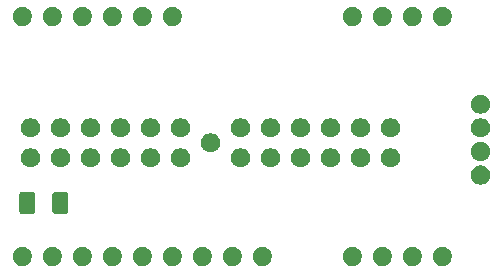
<source format=gbr>
G04 #@! TF.GenerationSoftware,KiCad,Pcbnew,(5.1.2)-2*
G04 #@! TF.CreationDate,2019-08-10T11:34:17-04:00*
G04 #@! TF.ProjectId,compact-giraffe,636f6d70-6163-4742-9d67-697261666665,rev?*
G04 #@! TF.SameCoordinates,Original*
G04 #@! TF.FileFunction,Soldermask,Bot*
G04 #@! TF.FilePolarity,Negative*
%FSLAX46Y46*%
G04 Gerber Fmt 4.6, Leading zero omitted, Abs format (unit mm)*
G04 Created by KiCad (PCBNEW (5.1.2)-2) date 2019-08-10 11:34:17*
%MOMM*%
%LPD*%
G04 APERTURE LIST*
%ADD10C,0.100000*%
G04 APERTURE END LIST*
D10*
G36*
X99865143Y-85284241D02*
G01*
X100013102Y-85345528D01*
X100146256Y-85434498D01*
X100259502Y-85547744D01*
X100348472Y-85680898D01*
X100409759Y-85828857D01*
X100441001Y-85985924D01*
X100441001Y-86146074D01*
X100409759Y-86303141D01*
X100348472Y-86451100D01*
X100259502Y-86584254D01*
X100146256Y-86697500D01*
X100013102Y-86786470D01*
X99865143Y-86847757D01*
X99708076Y-86878999D01*
X99547926Y-86878999D01*
X99390859Y-86847757D01*
X99242900Y-86786470D01*
X99109746Y-86697500D01*
X98996500Y-86584254D01*
X98907530Y-86451100D01*
X98846243Y-86303141D01*
X98815001Y-86146074D01*
X98815001Y-85985924D01*
X98846243Y-85828857D01*
X98907530Y-85680898D01*
X98996500Y-85547744D01*
X99109746Y-85434498D01*
X99242900Y-85345528D01*
X99390859Y-85284241D01*
X99547926Y-85252999D01*
X99708076Y-85252999D01*
X99865143Y-85284241D01*
X99865143Y-85284241D01*
G37*
G36*
X132885143Y-85284241D02*
G01*
X133033102Y-85345528D01*
X133166256Y-85434498D01*
X133279502Y-85547744D01*
X133368472Y-85680898D01*
X133429759Y-85828857D01*
X133461001Y-85985924D01*
X133461001Y-86146074D01*
X133429759Y-86303141D01*
X133368472Y-86451100D01*
X133279502Y-86584254D01*
X133166256Y-86697500D01*
X133033102Y-86786470D01*
X132885143Y-86847757D01*
X132728076Y-86878999D01*
X132567926Y-86878999D01*
X132410859Y-86847757D01*
X132262900Y-86786470D01*
X132129746Y-86697500D01*
X132016500Y-86584254D01*
X131927530Y-86451100D01*
X131866243Y-86303141D01*
X131835001Y-86146074D01*
X131835001Y-85985924D01*
X131866243Y-85828857D01*
X131927530Y-85680898D01*
X132016500Y-85547744D01*
X132129746Y-85434498D01*
X132262900Y-85345528D01*
X132410859Y-85284241D01*
X132567926Y-85252999D01*
X132728076Y-85252999D01*
X132885143Y-85284241D01*
X132885143Y-85284241D01*
G37*
G36*
X135425143Y-85284241D02*
G01*
X135573102Y-85345528D01*
X135706256Y-85434498D01*
X135819502Y-85547744D01*
X135908472Y-85680898D01*
X135969759Y-85828857D01*
X136001001Y-85985924D01*
X136001001Y-86146074D01*
X135969759Y-86303141D01*
X135908472Y-86451100D01*
X135819502Y-86584254D01*
X135706256Y-86697500D01*
X135573102Y-86786470D01*
X135425143Y-86847757D01*
X135268076Y-86878999D01*
X135107926Y-86878999D01*
X134950859Y-86847757D01*
X134802900Y-86786470D01*
X134669746Y-86697500D01*
X134556500Y-86584254D01*
X134467530Y-86451100D01*
X134406243Y-86303141D01*
X134375001Y-86146074D01*
X134375001Y-85985924D01*
X134406243Y-85828857D01*
X134467530Y-85680898D01*
X134556500Y-85547744D01*
X134669746Y-85434498D01*
X134802900Y-85345528D01*
X134950859Y-85284241D01*
X135107926Y-85252999D01*
X135268076Y-85252999D01*
X135425143Y-85284241D01*
X135425143Y-85284241D01*
G37*
G36*
X130345143Y-85284241D02*
G01*
X130493102Y-85345528D01*
X130626256Y-85434498D01*
X130739502Y-85547744D01*
X130828472Y-85680898D01*
X130889759Y-85828857D01*
X130921001Y-85985924D01*
X130921001Y-86146074D01*
X130889759Y-86303141D01*
X130828472Y-86451100D01*
X130739502Y-86584254D01*
X130626256Y-86697500D01*
X130493102Y-86786470D01*
X130345143Y-86847757D01*
X130188076Y-86878999D01*
X130027926Y-86878999D01*
X129870859Y-86847757D01*
X129722900Y-86786470D01*
X129589746Y-86697500D01*
X129476500Y-86584254D01*
X129387530Y-86451100D01*
X129326243Y-86303141D01*
X129295001Y-86146074D01*
X129295001Y-85985924D01*
X129326243Y-85828857D01*
X129387530Y-85680898D01*
X129476500Y-85547744D01*
X129589746Y-85434498D01*
X129722900Y-85345528D01*
X129870859Y-85284241D01*
X130027926Y-85252999D01*
X130188076Y-85252999D01*
X130345143Y-85284241D01*
X130345143Y-85284241D01*
G37*
G36*
X127805143Y-85284241D02*
G01*
X127953102Y-85345528D01*
X128086256Y-85434498D01*
X128199502Y-85547744D01*
X128288472Y-85680898D01*
X128349759Y-85828857D01*
X128381001Y-85985924D01*
X128381001Y-86146074D01*
X128349759Y-86303141D01*
X128288472Y-86451100D01*
X128199502Y-86584254D01*
X128086256Y-86697500D01*
X127953102Y-86786470D01*
X127805143Y-86847757D01*
X127648076Y-86878999D01*
X127487926Y-86878999D01*
X127330859Y-86847757D01*
X127182900Y-86786470D01*
X127049746Y-86697500D01*
X126936500Y-86584254D01*
X126847530Y-86451100D01*
X126786243Y-86303141D01*
X126755001Y-86146074D01*
X126755001Y-85985924D01*
X126786243Y-85828857D01*
X126847530Y-85680898D01*
X126936500Y-85547744D01*
X127049746Y-85434498D01*
X127182900Y-85345528D01*
X127330859Y-85284241D01*
X127487926Y-85252999D01*
X127648076Y-85252999D01*
X127805143Y-85284241D01*
X127805143Y-85284241D01*
G37*
G36*
X120185143Y-85284241D02*
G01*
X120333102Y-85345528D01*
X120466256Y-85434498D01*
X120579502Y-85547744D01*
X120668472Y-85680898D01*
X120729759Y-85828857D01*
X120761001Y-85985924D01*
X120761001Y-86146074D01*
X120729759Y-86303141D01*
X120668472Y-86451100D01*
X120579502Y-86584254D01*
X120466256Y-86697500D01*
X120333102Y-86786470D01*
X120185143Y-86847757D01*
X120028076Y-86878999D01*
X119867926Y-86878999D01*
X119710859Y-86847757D01*
X119562900Y-86786470D01*
X119429746Y-86697500D01*
X119316500Y-86584254D01*
X119227530Y-86451100D01*
X119166243Y-86303141D01*
X119135001Y-86146074D01*
X119135001Y-85985924D01*
X119166243Y-85828857D01*
X119227530Y-85680898D01*
X119316500Y-85547744D01*
X119429746Y-85434498D01*
X119562900Y-85345528D01*
X119710859Y-85284241D01*
X119867926Y-85252999D01*
X120028076Y-85252999D01*
X120185143Y-85284241D01*
X120185143Y-85284241D01*
G37*
G36*
X117645143Y-85284241D02*
G01*
X117793102Y-85345528D01*
X117926256Y-85434498D01*
X118039502Y-85547744D01*
X118128472Y-85680898D01*
X118189759Y-85828857D01*
X118221001Y-85985924D01*
X118221001Y-86146074D01*
X118189759Y-86303141D01*
X118128472Y-86451100D01*
X118039502Y-86584254D01*
X117926256Y-86697500D01*
X117793102Y-86786470D01*
X117645143Y-86847757D01*
X117488076Y-86878999D01*
X117327926Y-86878999D01*
X117170859Y-86847757D01*
X117022900Y-86786470D01*
X116889746Y-86697500D01*
X116776500Y-86584254D01*
X116687530Y-86451100D01*
X116626243Y-86303141D01*
X116595001Y-86146074D01*
X116595001Y-85985924D01*
X116626243Y-85828857D01*
X116687530Y-85680898D01*
X116776500Y-85547744D01*
X116889746Y-85434498D01*
X117022900Y-85345528D01*
X117170859Y-85284241D01*
X117327926Y-85252999D01*
X117488076Y-85252999D01*
X117645143Y-85284241D01*
X117645143Y-85284241D01*
G37*
G36*
X115105143Y-85284241D02*
G01*
X115253102Y-85345528D01*
X115386256Y-85434498D01*
X115499502Y-85547744D01*
X115588472Y-85680898D01*
X115649759Y-85828857D01*
X115681001Y-85985924D01*
X115681001Y-86146074D01*
X115649759Y-86303141D01*
X115588472Y-86451100D01*
X115499502Y-86584254D01*
X115386256Y-86697500D01*
X115253102Y-86786470D01*
X115105143Y-86847757D01*
X114948076Y-86878999D01*
X114787926Y-86878999D01*
X114630859Y-86847757D01*
X114482900Y-86786470D01*
X114349746Y-86697500D01*
X114236500Y-86584254D01*
X114147530Y-86451100D01*
X114086243Y-86303141D01*
X114055001Y-86146074D01*
X114055001Y-85985924D01*
X114086243Y-85828857D01*
X114147530Y-85680898D01*
X114236500Y-85547744D01*
X114349746Y-85434498D01*
X114482900Y-85345528D01*
X114630859Y-85284241D01*
X114787926Y-85252999D01*
X114948076Y-85252999D01*
X115105143Y-85284241D01*
X115105143Y-85284241D01*
G37*
G36*
X112565143Y-85284241D02*
G01*
X112713102Y-85345528D01*
X112846256Y-85434498D01*
X112959502Y-85547744D01*
X113048472Y-85680898D01*
X113109759Y-85828857D01*
X113141001Y-85985924D01*
X113141001Y-86146074D01*
X113109759Y-86303141D01*
X113048472Y-86451100D01*
X112959502Y-86584254D01*
X112846256Y-86697500D01*
X112713102Y-86786470D01*
X112565143Y-86847757D01*
X112408076Y-86878999D01*
X112247926Y-86878999D01*
X112090859Y-86847757D01*
X111942900Y-86786470D01*
X111809746Y-86697500D01*
X111696500Y-86584254D01*
X111607530Y-86451100D01*
X111546243Y-86303141D01*
X111515001Y-86146074D01*
X111515001Y-85985924D01*
X111546243Y-85828857D01*
X111607530Y-85680898D01*
X111696500Y-85547744D01*
X111809746Y-85434498D01*
X111942900Y-85345528D01*
X112090859Y-85284241D01*
X112247926Y-85252999D01*
X112408076Y-85252999D01*
X112565143Y-85284241D01*
X112565143Y-85284241D01*
G37*
G36*
X110025143Y-85284241D02*
G01*
X110173102Y-85345528D01*
X110306256Y-85434498D01*
X110419502Y-85547744D01*
X110508472Y-85680898D01*
X110569759Y-85828857D01*
X110601001Y-85985924D01*
X110601001Y-86146074D01*
X110569759Y-86303141D01*
X110508472Y-86451100D01*
X110419502Y-86584254D01*
X110306256Y-86697500D01*
X110173102Y-86786470D01*
X110025143Y-86847757D01*
X109868076Y-86878999D01*
X109707926Y-86878999D01*
X109550859Y-86847757D01*
X109402900Y-86786470D01*
X109269746Y-86697500D01*
X109156500Y-86584254D01*
X109067530Y-86451100D01*
X109006243Y-86303141D01*
X108975001Y-86146074D01*
X108975001Y-85985924D01*
X109006243Y-85828857D01*
X109067530Y-85680898D01*
X109156500Y-85547744D01*
X109269746Y-85434498D01*
X109402900Y-85345528D01*
X109550859Y-85284241D01*
X109707926Y-85252999D01*
X109868076Y-85252999D01*
X110025143Y-85284241D01*
X110025143Y-85284241D01*
G37*
G36*
X107485143Y-85284241D02*
G01*
X107633102Y-85345528D01*
X107766256Y-85434498D01*
X107879502Y-85547744D01*
X107968472Y-85680898D01*
X108029759Y-85828857D01*
X108061001Y-85985924D01*
X108061001Y-86146074D01*
X108029759Y-86303141D01*
X107968472Y-86451100D01*
X107879502Y-86584254D01*
X107766256Y-86697500D01*
X107633102Y-86786470D01*
X107485143Y-86847757D01*
X107328076Y-86878999D01*
X107167926Y-86878999D01*
X107010859Y-86847757D01*
X106862900Y-86786470D01*
X106729746Y-86697500D01*
X106616500Y-86584254D01*
X106527530Y-86451100D01*
X106466243Y-86303141D01*
X106435001Y-86146074D01*
X106435001Y-85985924D01*
X106466243Y-85828857D01*
X106527530Y-85680898D01*
X106616500Y-85547744D01*
X106729746Y-85434498D01*
X106862900Y-85345528D01*
X107010859Y-85284241D01*
X107167926Y-85252999D01*
X107328076Y-85252999D01*
X107485143Y-85284241D01*
X107485143Y-85284241D01*
G37*
G36*
X104945143Y-85284241D02*
G01*
X105093102Y-85345528D01*
X105226256Y-85434498D01*
X105339502Y-85547744D01*
X105428472Y-85680898D01*
X105489759Y-85828857D01*
X105521001Y-85985924D01*
X105521001Y-86146074D01*
X105489759Y-86303141D01*
X105428472Y-86451100D01*
X105339502Y-86584254D01*
X105226256Y-86697500D01*
X105093102Y-86786470D01*
X104945143Y-86847757D01*
X104788076Y-86878999D01*
X104627926Y-86878999D01*
X104470859Y-86847757D01*
X104322900Y-86786470D01*
X104189746Y-86697500D01*
X104076500Y-86584254D01*
X103987530Y-86451100D01*
X103926243Y-86303141D01*
X103895001Y-86146074D01*
X103895001Y-85985924D01*
X103926243Y-85828857D01*
X103987530Y-85680898D01*
X104076500Y-85547744D01*
X104189746Y-85434498D01*
X104322900Y-85345528D01*
X104470859Y-85284241D01*
X104627926Y-85252999D01*
X104788076Y-85252999D01*
X104945143Y-85284241D01*
X104945143Y-85284241D01*
G37*
G36*
X102405143Y-85284241D02*
G01*
X102553102Y-85345528D01*
X102686256Y-85434498D01*
X102799502Y-85547744D01*
X102888472Y-85680898D01*
X102949759Y-85828857D01*
X102981001Y-85985924D01*
X102981001Y-86146074D01*
X102949759Y-86303141D01*
X102888472Y-86451100D01*
X102799502Y-86584254D01*
X102686256Y-86697500D01*
X102553102Y-86786470D01*
X102405143Y-86847757D01*
X102248076Y-86878999D01*
X102087926Y-86878999D01*
X101930859Y-86847757D01*
X101782900Y-86786470D01*
X101649746Y-86697500D01*
X101536500Y-86584254D01*
X101447530Y-86451100D01*
X101386243Y-86303141D01*
X101355001Y-86146074D01*
X101355001Y-85985924D01*
X101386243Y-85828857D01*
X101447530Y-85680898D01*
X101536500Y-85547744D01*
X101649746Y-85434498D01*
X101782900Y-85345528D01*
X101930859Y-85284241D01*
X102087926Y-85252999D01*
X102248076Y-85252999D01*
X102405143Y-85284241D01*
X102405143Y-85284241D01*
G37*
G36*
X103388604Y-80612347D02*
G01*
X103425144Y-80623432D01*
X103458821Y-80641433D01*
X103488341Y-80665659D01*
X103512567Y-80695179D01*
X103530568Y-80728856D01*
X103541653Y-80765396D01*
X103546000Y-80809538D01*
X103546000Y-82258462D01*
X103541653Y-82302604D01*
X103530568Y-82339144D01*
X103512567Y-82372821D01*
X103488341Y-82402341D01*
X103458821Y-82426567D01*
X103425144Y-82444568D01*
X103388604Y-82455653D01*
X103344462Y-82460000D01*
X102395538Y-82460000D01*
X102351396Y-82455653D01*
X102314856Y-82444568D01*
X102281179Y-82426567D01*
X102251659Y-82402341D01*
X102227433Y-82372821D01*
X102209432Y-82339144D01*
X102198347Y-82302604D01*
X102194000Y-82258462D01*
X102194000Y-80809538D01*
X102198347Y-80765396D01*
X102209432Y-80728856D01*
X102227433Y-80695179D01*
X102251659Y-80665659D01*
X102281179Y-80641433D01*
X102314856Y-80623432D01*
X102351396Y-80612347D01*
X102395538Y-80608000D01*
X103344462Y-80608000D01*
X103388604Y-80612347D01*
X103388604Y-80612347D01*
G37*
G36*
X100588604Y-80612347D02*
G01*
X100625144Y-80623432D01*
X100658821Y-80641433D01*
X100688341Y-80665659D01*
X100712567Y-80695179D01*
X100730568Y-80728856D01*
X100741653Y-80765396D01*
X100746000Y-80809538D01*
X100746000Y-82258462D01*
X100741653Y-82302604D01*
X100730568Y-82339144D01*
X100712567Y-82372821D01*
X100688341Y-82402341D01*
X100658821Y-82426567D01*
X100625144Y-82444568D01*
X100588604Y-82455653D01*
X100544462Y-82460000D01*
X99595538Y-82460000D01*
X99551396Y-82455653D01*
X99514856Y-82444568D01*
X99481179Y-82426567D01*
X99451659Y-82402341D01*
X99427433Y-82372821D01*
X99409432Y-82339144D01*
X99398347Y-82302604D01*
X99394000Y-82258462D01*
X99394000Y-80809538D01*
X99398347Y-80765396D01*
X99409432Y-80728856D01*
X99427433Y-80695179D01*
X99451659Y-80665659D01*
X99481179Y-80641433D01*
X99514856Y-80623432D01*
X99551396Y-80612347D01*
X99595538Y-80608000D01*
X100544462Y-80608000D01*
X100588604Y-80612347D01*
X100588604Y-80612347D01*
G37*
G36*
X138667142Y-78402242D02*
G01*
X138815101Y-78463529D01*
X138948255Y-78552499D01*
X139061501Y-78665745D01*
X139150471Y-78798899D01*
X139211758Y-78946858D01*
X139243000Y-79103925D01*
X139243000Y-79264075D01*
X139211758Y-79421142D01*
X139150471Y-79569101D01*
X139061501Y-79702255D01*
X138948255Y-79815501D01*
X138815101Y-79904471D01*
X138667142Y-79965758D01*
X138510075Y-79997000D01*
X138349925Y-79997000D01*
X138192858Y-79965758D01*
X138044899Y-79904471D01*
X137911745Y-79815501D01*
X137798499Y-79702255D01*
X137709529Y-79569101D01*
X137648242Y-79421142D01*
X137617000Y-79264075D01*
X137617000Y-79103925D01*
X137648242Y-78946858D01*
X137709529Y-78798899D01*
X137798499Y-78665745D01*
X137911745Y-78552499D01*
X138044899Y-78463529D01*
X138192858Y-78402242D01*
X138349925Y-78371000D01*
X138510075Y-78371000D01*
X138667142Y-78402242D01*
X138667142Y-78402242D01*
G37*
G36*
X131047142Y-76942242D02*
G01*
X131195101Y-77003529D01*
X131328255Y-77092499D01*
X131441501Y-77205745D01*
X131530471Y-77338899D01*
X131591758Y-77486858D01*
X131623000Y-77643925D01*
X131623000Y-77804075D01*
X131591758Y-77961142D01*
X131530471Y-78109101D01*
X131441501Y-78242255D01*
X131328255Y-78355501D01*
X131195101Y-78444471D01*
X131047142Y-78505758D01*
X130890075Y-78537000D01*
X130729925Y-78537000D01*
X130572858Y-78505758D01*
X130424899Y-78444471D01*
X130291745Y-78355501D01*
X130178499Y-78242255D01*
X130089529Y-78109101D01*
X130028242Y-77961142D01*
X129997000Y-77804075D01*
X129997000Y-77643925D01*
X130028242Y-77486858D01*
X130089529Y-77338899D01*
X130178499Y-77205745D01*
X130291745Y-77092499D01*
X130424899Y-77003529D01*
X130572858Y-76942242D01*
X130729925Y-76911000D01*
X130890075Y-76911000D01*
X131047142Y-76942242D01*
X131047142Y-76942242D01*
G37*
G36*
X128507142Y-76942242D02*
G01*
X128655101Y-77003529D01*
X128788255Y-77092499D01*
X128901501Y-77205745D01*
X128990471Y-77338899D01*
X129051758Y-77486858D01*
X129083000Y-77643925D01*
X129083000Y-77804075D01*
X129051758Y-77961142D01*
X128990471Y-78109101D01*
X128901501Y-78242255D01*
X128788255Y-78355501D01*
X128655101Y-78444471D01*
X128507142Y-78505758D01*
X128350075Y-78537000D01*
X128189925Y-78537000D01*
X128032858Y-78505758D01*
X127884899Y-78444471D01*
X127751745Y-78355501D01*
X127638499Y-78242255D01*
X127549529Y-78109101D01*
X127488242Y-77961142D01*
X127457000Y-77804075D01*
X127457000Y-77643925D01*
X127488242Y-77486858D01*
X127549529Y-77338899D01*
X127638499Y-77205745D01*
X127751745Y-77092499D01*
X127884899Y-77003529D01*
X128032858Y-76942242D01*
X128189925Y-76911000D01*
X128350075Y-76911000D01*
X128507142Y-76942242D01*
X128507142Y-76942242D01*
G37*
G36*
X125967142Y-76942242D02*
G01*
X126115101Y-77003529D01*
X126248255Y-77092499D01*
X126361501Y-77205745D01*
X126450471Y-77338899D01*
X126511758Y-77486858D01*
X126543000Y-77643925D01*
X126543000Y-77804075D01*
X126511758Y-77961142D01*
X126450471Y-78109101D01*
X126361501Y-78242255D01*
X126248255Y-78355501D01*
X126115101Y-78444471D01*
X125967142Y-78505758D01*
X125810075Y-78537000D01*
X125649925Y-78537000D01*
X125492858Y-78505758D01*
X125344899Y-78444471D01*
X125211745Y-78355501D01*
X125098499Y-78242255D01*
X125009529Y-78109101D01*
X124948242Y-77961142D01*
X124917000Y-77804075D01*
X124917000Y-77643925D01*
X124948242Y-77486858D01*
X125009529Y-77338899D01*
X125098499Y-77205745D01*
X125211745Y-77092499D01*
X125344899Y-77003529D01*
X125492858Y-76942242D01*
X125649925Y-76911000D01*
X125810075Y-76911000D01*
X125967142Y-76942242D01*
X125967142Y-76942242D01*
G37*
G36*
X123427142Y-76942242D02*
G01*
X123575101Y-77003529D01*
X123708255Y-77092499D01*
X123821501Y-77205745D01*
X123910471Y-77338899D01*
X123971758Y-77486858D01*
X124003000Y-77643925D01*
X124003000Y-77804075D01*
X123971758Y-77961142D01*
X123910471Y-78109101D01*
X123821501Y-78242255D01*
X123708255Y-78355501D01*
X123575101Y-78444471D01*
X123427142Y-78505758D01*
X123270075Y-78537000D01*
X123109925Y-78537000D01*
X122952858Y-78505758D01*
X122804899Y-78444471D01*
X122671745Y-78355501D01*
X122558499Y-78242255D01*
X122469529Y-78109101D01*
X122408242Y-77961142D01*
X122377000Y-77804075D01*
X122377000Y-77643925D01*
X122408242Y-77486858D01*
X122469529Y-77338899D01*
X122558499Y-77205745D01*
X122671745Y-77092499D01*
X122804899Y-77003529D01*
X122952858Y-76942242D01*
X123109925Y-76911000D01*
X123270075Y-76911000D01*
X123427142Y-76942242D01*
X123427142Y-76942242D01*
G37*
G36*
X120887142Y-76942242D02*
G01*
X121035101Y-77003529D01*
X121168255Y-77092499D01*
X121281501Y-77205745D01*
X121370471Y-77338899D01*
X121431758Y-77486858D01*
X121463000Y-77643925D01*
X121463000Y-77804075D01*
X121431758Y-77961142D01*
X121370471Y-78109101D01*
X121281501Y-78242255D01*
X121168255Y-78355501D01*
X121035101Y-78444471D01*
X120887142Y-78505758D01*
X120730075Y-78537000D01*
X120569925Y-78537000D01*
X120412858Y-78505758D01*
X120264899Y-78444471D01*
X120131745Y-78355501D01*
X120018499Y-78242255D01*
X119929529Y-78109101D01*
X119868242Y-77961142D01*
X119837000Y-77804075D01*
X119837000Y-77643925D01*
X119868242Y-77486858D01*
X119929529Y-77338899D01*
X120018499Y-77205745D01*
X120131745Y-77092499D01*
X120264899Y-77003529D01*
X120412858Y-76942242D01*
X120569925Y-76911000D01*
X120730075Y-76911000D01*
X120887142Y-76942242D01*
X120887142Y-76942242D01*
G37*
G36*
X118347142Y-76942242D02*
G01*
X118495101Y-77003529D01*
X118628255Y-77092499D01*
X118741501Y-77205745D01*
X118830471Y-77338899D01*
X118891758Y-77486858D01*
X118923000Y-77643925D01*
X118923000Y-77804075D01*
X118891758Y-77961142D01*
X118830471Y-78109101D01*
X118741501Y-78242255D01*
X118628255Y-78355501D01*
X118495101Y-78444471D01*
X118347142Y-78505758D01*
X118190075Y-78537000D01*
X118029925Y-78537000D01*
X117872858Y-78505758D01*
X117724899Y-78444471D01*
X117591745Y-78355501D01*
X117478499Y-78242255D01*
X117389529Y-78109101D01*
X117328242Y-77961142D01*
X117297000Y-77804075D01*
X117297000Y-77643925D01*
X117328242Y-77486858D01*
X117389529Y-77338899D01*
X117478499Y-77205745D01*
X117591745Y-77092499D01*
X117724899Y-77003529D01*
X117872858Y-76942242D01*
X118029925Y-76911000D01*
X118190075Y-76911000D01*
X118347142Y-76942242D01*
X118347142Y-76942242D01*
G37*
G36*
X108187142Y-76942242D02*
G01*
X108335101Y-77003529D01*
X108468255Y-77092499D01*
X108581501Y-77205745D01*
X108670471Y-77338899D01*
X108731758Y-77486858D01*
X108763000Y-77643925D01*
X108763000Y-77804075D01*
X108731758Y-77961142D01*
X108670471Y-78109101D01*
X108581501Y-78242255D01*
X108468255Y-78355501D01*
X108335101Y-78444471D01*
X108187142Y-78505758D01*
X108030075Y-78537000D01*
X107869925Y-78537000D01*
X107712858Y-78505758D01*
X107564899Y-78444471D01*
X107431745Y-78355501D01*
X107318499Y-78242255D01*
X107229529Y-78109101D01*
X107168242Y-77961142D01*
X107137000Y-77804075D01*
X107137000Y-77643925D01*
X107168242Y-77486858D01*
X107229529Y-77338899D01*
X107318499Y-77205745D01*
X107431745Y-77092499D01*
X107564899Y-77003529D01*
X107712858Y-76942242D01*
X107869925Y-76911000D01*
X108030075Y-76911000D01*
X108187142Y-76942242D01*
X108187142Y-76942242D01*
G37*
G36*
X105647142Y-76942242D02*
G01*
X105795101Y-77003529D01*
X105928255Y-77092499D01*
X106041501Y-77205745D01*
X106130471Y-77338899D01*
X106191758Y-77486858D01*
X106223000Y-77643925D01*
X106223000Y-77804075D01*
X106191758Y-77961142D01*
X106130471Y-78109101D01*
X106041501Y-78242255D01*
X105928255Y-78355501D01*
X105795101Y-78444471D01*
X105647142Y-78505758D01*
X105490075Y-78537000D01*
X105329925Y-78537000D01*
X105172858Y-78505758D01*
X105024899Y-78444471D01*
X104891745Y-78355501D01*
X104778499Y-78242255D01*
X104689529Y-78109101D01*
X104628242Y-77961142D01*
X104597000Y-77804075D01*
X104597000Y-77643925D01*
X104628242Y-77486858D01*
X104689529Y-77338899D01*
X104778499Y-77205745D01*
X104891745Y-77092499D01*
X105024899Y-77003529D01*
X105172858Y-76942242D01*
X105329925Y-76911000D01*
X105490075Y-76911000D01*
X105647142Y-76942242D01*
X105647142Y-76942242D01*
G37*
G36*
X103107142Y-76942242D02*
G01*
X103255101Y-77003529D01*
X103388255Y-77092499D01*
X103501501Y-77205745D01*
X103590471Y-77338899D01*
X103651758Y-77486858D01*
X103683000Y-77643925D01*
X103683000Y-77804075D01*
X103651758Y-77961142D01*
X103590471Y-78109101D01*
X103501501Y-78242255D01*
X103388255Y-78355501D01*
X103255101Y-78444471D01*
X103107142Y-78505758D01*
X102950075Y-78537000D01*
X102789925Y-78537000D01*
X102632858Y-78505758D01*
X102484899Y-78444471D01*
X102351745Y-78355501D01*
X102238499Y-78242255D01*
X102149529Y-78109101D01*
X102088242Y-77961142D01*
X102057000Y-77804075D01*
X102057000Y-77643925D01*
X102088242Y-77486858D01*
X102149529Y-77338899D01*
X102238499Y-77205745D01*
X102351745Y-77092499D01*
X102484899Y-77003529D01*
X102632858Y-76942242D01*
X102789925Y-76911000D01*
X102950075Y-76911000D01*
X103107142Y-76942242D01*
X103107142Y-76942242D01*
G37*
G36*
X110727142Y-76942242D02*
G01*
X110875101Y-77003529D01*
X111008255Y-77092499D01*
X111121501Y-77205745D01*
X111210471Y-77338899D01*
X111271758Y-77486858D01*
X111303000Y-77643925D01*
X111303000Y-77804075D01*
X111271758Y-77961142D01*
X111210471Y-78109101D01*
X111121501Y-78242255D01*
X111008255Y-78355501D01*
X110875101Y-78444471D01*
X110727142Y-78505758D01*
X110570075Y-78537000D01*
X110409925Y-78537000D01*
X110252858Y-78505758D01*
X110104899Y-78444471D01*
X109971745Y-78355501D01*
X109858499Y-78242255D01*
X109769529Y-78109101D01*
X109708242Y-77961142D01*
X109677000Y-77804075D01*
X109677000Y-77643925D01*
X109708242Y-77486858D01*
X109769529Y-77338899D01*
X109858499Y-77205745D01*
X109971745Y-77092499D01*
X110104899Y-77003529D01*
X110252858Y-76942242D01*
X110409925Y-76911000D01*
X110570075Y-76911000D01*
X110727142Y-76942242D01*
X110727142Y-76942242D01*
G37*
G36*
X100567142Y-76942242D02*
G01*
X100715101Y-77003529D01*
X100848255Y-77092499D01*
X100961501Y-77205745D01*
X101050471Y-77338899D01*
X101111758Y-77486858D01*
X101143000Y-77643925D01*
X101143000Y-77804075D01*
X101111758Y-77961142D01*
X101050471Y-78109101D01*
X100961501Y-78242255D01*
X100848255Y-78355501D01*
X100715101Y-78444471D01*
X100567142Y-78505758D01*
X100410075Y-78537000D01*
X100249925Y-78537000D01*
X100092858Y-78505758D01*
X99944899Y-78444471D01*
X99811745Y-78355501D01*
X99698499Y-78242255D01*
X99609529Y-78109101D01*
X99548242Y-77961142D01*
X99517000Y-77804075D01*
X99517000Y-77643925D01*
X99548242Y-77486858D01*
X99609529Y-77338899D01*
X99698499Y-77205745D01*
X99811745Y-77092499D01*
X99944899Y-77003529D01*
X100092858Y-76942242D01*
X100249925Y-76911000D01*
X100410075Y-76911000D01*
X100567142Y-76942242D01*
X100567142Y-76942242D01*
G37*
G36*
X113267142Y-76942242D02*
G01*
X113415101Y-77003529D01*
X113548255Y-77092499D01*
X113661501Y-77205745D01*
X113750471Y-77338899D01*
X113811758Y-77486858D01*
X113843000Y-77643925D01*
X113843000Y-77804075D01*
X113811758Y-77961142D01*
X113750471Y-78109101D01*
X113661501Y-78242255D01*
X113548255Y-78355501D01*
X113415101Y-78444471D01*
X113267142Y-78505758D01*
X113110075Y-78537000D01*
X112949925Y-78537000D01*
X112792858Y-78505758D01*
X112644899Y-78444471D01*
X112511745Y-78355501D01*
X112398499Y-78242255D01*
X112309529Y-78109101D01*
X112248242Y-77961142D01*
X112217000Y-77804075D01*
X112217000Y-77643925D01*
X112248242Y-77486858D01*
X112309529Y-77338899D01*
X112398499Y-77205745D01*
X112511745Y-77092499D01*
X112644899Y-77003529D01*
X112792858Y-76942242D01*
X112949925Y-76911000D01*
X113110075Y-76911000D01*
X113267142Y-76942242D01*
X113267142Y-76942242D01*
G37*
G36*
X138667142Y-76402242D02*
G01*
X138815101Y-76463529D01*
X138948255Y-76552499D01*
X139061501Y-76665745D01*
X139150471Y-76798899D01*
X139211758Y-76946858D01*
X139243000Y-77103925D01*
X139243000Y-77264075D01*
X139211758Y-77421142D01*
X139150471Y-77569101D01*
X139061501Y-77702255D01*
X138948255Y-77815501D01*
X138815101Y-77904471D01*
X138667142Y-77965758D01*
X138510075Y-77997000D01*
X138349925Y-77997000D01*
X138192858Y-77965758D01*
X138044899Y-77904471D01*
X137911745Y-77815501D01*
X137798499Y-77702255D01*
X137709529Y-77569101D01*
X137648242Y-77421142D01*
X137617000Y-77264075D01*
X137617000Y-77103925D01*
X137648242Y-76946858D01*
X137709529Y-76798899D01*
X137798499Y-76665745D01*
X137911745Y-76552499D01*
X138044899Y-76463529D01*
X138192858Y-76402242D01*
X138349925Y-76371000D01*
X138510075Y-76371000D01*
X138667142Y-76402242D01*
X138667142Y-76402242D01*
G37*
G36*
X115807142Y-75672242D02*
G01*
X115955101Y-75733529D01*
X116088255Y-75822499D01*
X116201501Y-75935745D01*
X116290471Y-76068899D01*
X116351758Y-76216858D01*
X116383000Y-76373925D01*
X116383000Y-76534075D01*
X116351758Y-76691142D01*
X116290471Y-76839101D01*
X116201501Y-76972255D01*
X116088255Y-77085501D01*
X115955101Y-77174471D01*
X115807142Y-77235758D01*
X115650075Y-77267000D01*
X115489925Y-77267000D01*
X115332858Y-77235758D01*
X115184899Y-77174471D01*
X115051745Y-77085501D01*
X114938499Y-76972255D01*
X114849529Y-76839101D01*
X114788242Y-76691142D01*
X114757000Y-76534075D01*
X114757000Y-76373925D01*
X114788242Y-76216858D01*
X114849529Y-76068899D01*
X114938499Y-75935745D01*
X115051745Y-75822499D01*
X115184899Y-75733529D01*
X115332858Y-75672242D01*
X115489925Y-75641000D01*
X115650075Y-75641000D01*
X115807142Y-75672242D01*
X115807142Y-75672242D01*
G37*
G36*
X123427142Y-74402242D02*
G01*
X123575101Y-74463529D01*
X123708255Y-74552499D01*
X123821501Y-74665745D01*
X123910471Y-74798899D01*
X123971758Y-74946858D01*
X124003000Y-75103925D01*
X124003000Y-75264075D01*
X123971758Y-75421142D01*
X123910471Y-75569101D01*
X123821501Y-75702255D01*
X123708255Y-75815501D01*
X123575101Y-75904471D01*
X123427142Y-75965758D01*
X123270075Y-75997000D01*
X123109925Y-75997000D01*
X122952858Y-75965758D01*
X122804899Y-75904471D01*
X122671745Y-75815501D01*
X122558499Y-75702255D01*
X122469529Y-75569101D01*
X122408242Y-75421142D01*
X122377000Y-75264075D01*
X122377000Y-75103925D01*
X122408242Y-74946858D01*
X122469529Y-74798899D01*
X122558499Y-74665745D01*
X122671745Y-74552499D01*
X122804899Y-74463529D01*
X122952858Y-74402242D01*
X123109925Y-74371000D01*
X123270075Y-74371000D01*
X123427142Y-74402242D01*
X123427142Y-74402242D01*
G37*
G36*
X138667142Y-74402242D02*
G01*
X138815101Y-74463529D01*
X138948255Y-74552499D01*
X139061501Y-74665745D01*
X139150471Y-74798899D01*
X139211758Y-74946858D01*
X139243000Y-75103925D01*
X139243000Y-75264075D01*
X139211758Y-75421142D01*
X139150471Y-75569101D01*
X139061501Y-75702255D01*
X138948255Y-75815501D01*
X138815101Y-75904471D01*
X138667142Y-75965758D01*
X138510075Y-75997000D01*
X138349925Y-75997000D01*
X138192858Y-75965758D01*
X138044899Y-75904471D01*
X137911745Y-75815501D01*
X137798499Y-75702255D01*
X137709529Y-75569101D01*
X137648242Y-75421142D01*
X137617000Y-75264075D01*
X137617000Y-75103925D01*
X137648242Y-74946858D01*
X137709529Y-74798899D01*
X137798499Y-74665745D01*
X137911745Y-74552499D01*
X138044899Y-74463529D01*
X138192858Y-74402242D01*
X138349925Y-74371000D01*
X138510075Y-74371000D01*
X138667142Y-74402242D01*
X138667142Y-74402242D01*
G37*
G36*
X131047142Y-74402242D02*
G01*
X131195101Y-74463529D01*
X131328255Y-74552499D01*
X131441501Y-74665745D01*
X131530471Y-74798899D01*
X131591758Y-74946858D01*
X131623000Y-75103925D01*
X131623000Y-75264075D01*
X131591758Y-75421142D01*
X131530471Y-75569101D01*
X131441501Y-75702255D01*
X131328255Y-75815501D01*
X131195101Y-75904471D01*
X131047142Y-75965758D01*
X130890075Y-75997000D01*
X130729925Y-75997000D01*
X130572858Y-75965758D01*
X130424899Y-75904471D01*
X130291745Y-75815501D01*
X130178499Y-75702255D01*
X130089529Y-75569101D01*
X130028242Y-75421142D01*
X129997000Y-75264075D01*
X129997000Y-75103925D01*
X130028242Y-74946858D01*
X130089529Y-74798899D01*
X130178499Y-74665745D01*
X130291745Y-74552499D01*
X130424899Y-74463529D01*
X130572858Y-74402242D01*
X130729925Y-74371000D01*
X130890075Y-74371000D01*
X131047142Y-74402242D01*
X131047142Y-74402242D01*
G37*
G36*
X128507142Y-74402242D02*
G01*
X128655101Y-74463529D01*
X128788255Y-74552499D01*
X128901501Y-74665745D01*
X128990471Y-74798899D01*
X129051758Y-74946858D01*
X129083000Y-75103925D01*
X129083000Y-75264075D01*
X129051758Y-75421142D01*
X128990471Y-75569101D01*
X128901501Y-75702255D01*
X128788255Y-75815501D01*
X128655101Y-75904471D01*
X128507142Y-75965758D01*
X128350075Y-75997000D01*
X128189925Y-75997000D01*
X128032858Y-75965758D01*
X127884899Y-75904471D01*
X127751745Y-75815501D01*
X127638499Y-75702255D01*
X127549529Y-75569101D01*
X127488242Y-75421142D01*
X127457000Y-75264075D01*
X127457000Y-75103925D01*
X127488242Y-74946858D01*
X127549529Y-74798899D01*
X127638499Y-74665745D01*
X127751745Y-74552499D01*
X127884899Y-74463529D01*
X128032858Y-74402242D01*
X128189925Y-74371000D01*
X128350075Y-74371000D01*
X128507142Y-74402242D01*
X128507142Y-74402242D01*
G37*
G36*
X120887142Y-74402242D02*
G01*
X121035101Y-74463529D01*
X121168255Y-74552499D01*
X121281501Y-74665745D01*
X121370471Y-74798899D01*
X121431758Y-74946858D01*
X121463000Y-75103925D01*
X121463000Y-75264075D01*
X121431758Y-75421142D01*
X121370471Y-75569101D01*
X121281501Y-75702255D01*
X121168255Y-75815501D01*
X121035101Y-75904471D01*
X120887142Y-75965758D01*
X120730075Y-75997000D01*
X120569925Y-75997000D01*
X120412858Y-75965758D01*
X120264899Y-75904471D01*
X120131745Y-75815501D01*
X120018499Y-75702255D01*
X119929529Y-75569101D01*
X119868242Y-75421142D01*
X119837000Y-75264075D01*
X119837000Y-75103925D01*
X119868242Y-74946858D01*
X119929529Y-74798899D01*
X120018499Y-74665745D01*
X120131745Y-74552499D01*
X120264899Y-74463529D01*
X120412858Y-74402242D01*
X120569925Y-74371000D01*
X120730075Y-74371000D01*
X120887142Y-74402242D01*
X120887142Y-74402242D01*
G37*
G36*
X125967142Y-74402242D02*
G01*
X126115101Y-74463529D01*
X126248255Y-74552499D01*
X126361501Y-74665745D01*
X126450471Y-74798899D01*
X126511758Y-74946858D01*
X126543000Y-75103925D01*
X126543000Y-75264075D01*
X126511758Y-75421142D01*
X126450471Y-75569101D01*
X126361501Y-75702255D01*
X126248255Y-75815501D01*
X126115101Y-75904471D01*
X125967142Y-75965758D01*
X125810075Y-75997000D01*
X125649925Y-75997000D01*
X125492858Y-75965758D01*
X125344899Y-75904471D01*
X125211745Y-75815501D01*
X125098499Y-75702255D01*
X125009529Y-75569101D01*
X124948242Y-75421142D01*
X124917000Y-75264075D01*
X124917000Y-75103925D01*
X124948242Y-74946858D01*
X125009529Y-74798899D01*
X125098499Y-74665745D01*
X125211745Y-74552499D01*
X125344899Y-74463529D01*
X125492858Y-74402242D01*
X125649925Y-74371000D01*
X125810075Y-74371000D01*
X125967142Y-74402242D01*
X125967142Y-74402242D01*
G37*
G36*
X113267142Y-74402242D02*
G01*
X113415101Y-74463529D01*
X113548255Y-74552499D01*
X113661501Y-74665745D01*
X113750471Y-74798899D01*
X113811758Y-74946858D01*
X113843000Y-75103925D01*
X113843000Y-75264075D01*
X113811758Y-75421142D01*
X113750471Y-75569101D01*
X113661501Y-75702255D01*
X113548255Y-75815501D01*
X113415101Y-75904471D01*
X113267142Y-75965758D01*
X113110075Y-75997000D01*
X112949925Y-75997000D01*
X112792858Y-75965758D01*
X112644899Y-75904471D01*
X112511745Y-75815501D01*
X112398499Y-75702255D01*
X112309529Y-75569101D01*
X112248242Y-75421142D01*
X112217000Y-75264075D01*
X112217000Y-75103925D01*
X112248242Y-74946858D01*
X112309529Y-74798899D01*
X112398499Y-74665745D01*
X112511745Y-74552499D01*
X112644899Y-74463529D01*
X112792858Y-74402242D01*
X112949925Y-74371000D01*
X113110075Y-74371000D01*
X113267142Y-74402242D01*
X113267142Y-74402242D01*
G37*
G36*
X100567142Y-74402242D02*
G01*
X100715101Y-74463529D01*
X100848255Y-74552499D01*
X100961501Y-74665745D01*
X101050471Y-74798899D01*
X101111758Y-74946858D01*
X101143000Y-75103925D01*
X101143000Y-75264075D01*
X101111758Y-75421142D01*
X101050471Y-75569101D01*
X100961501Y-75702255D01*
X100848255Y-75815501D01*
X100715101Y-75904471D01*
X100567142Y-75965758D01*
X100410075Y-75997000D01*
X100249925Y-75997000D01*
X100092858Y-75965758D01*
X99944899Y-75904471D01*
X99811745Y-75815501D01*
X99698499Y-75702255D01*
X99609529Y-75569101D01*
X99548242Y-75421142D01*
X99517000Y-75264075D01*
X99517000Y-75103925D01*
X99548242Y-74946858D01*
X99609529Y-74798899D01*
X99698499Y-74665745D01*
X99811745Y-74552499D01*
X99944899Y-74463529D01*
X100092858Y-74402242D01*
X100249925Y-74371000D01*
X100410075Y-74371000D01*
X100567142Y-74402242D01*
X100567142Y-74402242D01*
G37*
G36*
X110727142Y-74402242D02*
G01*
X110875101Y-74463529D01*
X111008255Y-74552499D01*
X111121501Y-74665745D01*
X111210471Y-74798899D01*
X111271758Y-74946858D01*
X111303000Y-75103925D01*
X111303000Y-75264075D01*
X111271758Y-75421142D01*
X111210471Y-75569101D01*
X111121501Y-75702255D01*
X111008255Y-75815501D01*
X110875101Y-75904471D01*
X110727142Y-75965758D01*
X110570075Y-75997000D01*
X110409925Y-75997000D01*
X110252858Y-75965758D01*
X110104899Y-75904471D01*
X109971745Y-75815501D01*
X109858499Y-75702255D01*
X109769529Y-75569101D01*
X109708242Y-75421142D01*
X109677000Y-75264075D01*
X109677000Y-75103925D01*
X109708242Y-74946858D01*
X109769529Y-74798899D01*
X109858499Y-74665745D01*
X109971745Y-74552499D01*
X110104899Y-74463529D01*
X110252858Y-74402242D01*
X110409925Y-74371000D01*
X110570075Y-74371000D01*
X110727142Y-74402242D01*
X110727142Y-74402242D01*
G37*
G36*
X108187142Y-74402242D02*
G01*
X108335101Y-74463529D01*
X108468255Y-74552499D01*
X108581501Y-74665745D01*
X108670471Y-74798899D01*
X108731758Y-74946858D01*
X108763000Y-75103925D01*
X108763000Y-75264075D01*
X108731758Y-75421142D01*
X108670471Y-75569101D01*
X108581501Y-75702255D01*
X108468255Y-75815501D01*
X108335101Y-75904471D01*
X108187142Y-75965758D01*
X108030075Y-75997000D01*
X107869925Y-75997000D01*
X107712858Y-75965758D01*
X107564899Y-75904471D01*
X107431745Y-75815501D01*
X107318499Y-75702255D01*
X107229529Y-75569101D01*
X107168242Y-75421142D01*
X107137000Y-75264075D01*
X107137000Y-75103925D01*
X107168242Y-74946858D01*
X107229529Y-74798899D01*
X107318499Y-74665745D01*
X107431745Y-74552499D01*
X107564899Y-74463529D01*
X107712858Y-74402242D01*
X107869925Y-74371000D01*
X108030075Y-74371000D01*
X108187142Y-74402242D01*
X108187142Y-74402242D01*
G37*
G36*
X103107142Y-74402242D02*
G01*
X103255101Y-74463529D01*
X103388255Y-74552499D01*
X103501501Y-74665745D01*
X103590471Y-74798899D01*
X103651758Y-74946858D01*
X103683000Y-75103925D01*
X103683000Y-75264075D01*
X103651758Y-75421142D01*
X103590471Y-75569101D01*
X103501501Y-75702255D01*
X103388255Y-75815501D01*
X103255101Y-75904471D01*
X103107142Y-75965758D01*
X102950075Y-75997000D01*
X102789925Y-75997000D01*
X102632858Y-75965758D01*
X102484899Y-75904471D01*
X102351745Y-75815501D01*
X102238499Y-75702255D01*
X102149529Y-75569101D01*
X102088242Y-75421142D01*
X102057000Y-75264075D01*
X102057000Y-75103925D01*
X102088242Y-74946858D01*
X102149529Y-74798899D01*
X102238499Y-74665745D01*
X102351745Y-74552499D01*
X102484899Y-74463529D01*
X102632858Y-74402242D01*
X102789925Y-74371000D01*
X102950075Y-74371000D01*
X103107142Y-74402242D01*
X103107142Y-74402242D01*
G37*
G36*
X105647142Y-74402242D02*
G01*
X105795101Y-74463529D01*
X105928255Y-74552499D01*
X106041501Y-74665745D01*
X106130471Y-74798899D01*
X106191758Y-74946858D01*
X106223000Y-75103925D01*
X106223000Y-75264075D01*
X106191758Y-75421142D01*
X106130471Y-75569101D01*
X106041501Y-75702255D01*
X105928255Y-75815501D01*
X105795101Y-75904471D01*
X105647142Y-75965758D01*
X105490075Y-75997000D01*
X105329925Y-75997000D01*
X105172858Y-75965758D01*
X105024899Y-75904471D01*
X104891745Y-75815501D01*
X104778499Y-75702255D01*
X104689529Y-75569101D01*
X104628242Y-75421142D01*
X104597000Y-75264075D01*
X104597000Y-75103925D01*
X104628242Y-74946858D01*
X104689529Y-74798899D01*
X104778499Y-74665745D01*
X104891745Y-74552499D01*
X105024899Y-74463529D01*
X105172858Y-74402242D01*
X105329925Y-74371000D01*
X105490075Y-74371000D01*
X105647142Y-74402242D01*
X105647142Y-74402242D01*
G37*
G36*
X118347142Y-74402242D02*
G01*
X118495101Y-74463529D01*
X118628255Y-74552499D01*
X118741501Y-74665745D01*
X118830471Y-74798899D01*
X118891758Y-74946858D01*
X118923000Y-75103925D01*
X118923000Y-75264075D01*
X118891758Y-75421142D01*
X118830471Y-75569101D01*
X118741501Y-75702255D01*
X118628255Y-75815501D01*
X118495101Y-75904471D01*
X118347142Y-75965758D01*
X118190075Y-75997000D01*
X118029925Y-75997000D01*
X117872858Y-75965758D01*
X117724899Y-75904471D01*
X117591745Y-75815501D01*
X117478499Y-75702255D01*
X117389529Y-75569101D01*
X117328242Y-75421142D01*
X117297000Y-75264075D01*
X117297000Y-75103925D01*
X117328242Y-74946858D01*
X117389529Y-74798899D01*
X117478499Y-74665745D01*
X117591745Y-74552499D01*
X117724899Y-74463529D01*
X117872858Y-74402242D01*
X118029925Y-74371000D01*
X118190075Y-74371000D01*
X118347142Y-74402242D01*
X118347142Y-74402242D01*
G37*
G36*
X138667142Y-72402242D02*
G01*
X138815101Y-72463529D01*
X138948255Y-72552499D01*
X139061501Y-72665745D01*
X139150471Y-72798899D01*
X139211758Y-72946858D01*
X139243000Y-73103925D01*
X139243000Y-73264075D01*
X139211758Y-73421142D01*
X139150471Y-73569101D01*
X139061501Y-73702255D01*
X138948255Y-73815501D01*
X138815101Y-73904471D01*
X138667142Y-73965758D01*
X138510075Y-73997000D01*
X138349925Y-73997000D01*
X138192858Y-73965758D01*
X138044899Y-73904471D01*
X137911745Y-73815501D01*
X137798499Y-73702255D01*
X137709529Y-73569101D01*
X137648242Y-73421142D01*
X137617000Y-73264075D01*
X137617000Y-73103925D01*
X137648242Y-72946858D01*
X137709529Y-72798899D01*
X137798499Y-72665745D01*
X137911745Y-72552499D01*
X138044899Y-72463529D01*
X138192858Y-72402242D01*
X138349925Y-72371000D01*
X138510075Y-72371000D01*
X138667142Y-72402242D01*
X138667142Y-72402242D01*
G37*
G36*
X99865143Y-64964241D02*
G01*
X100013102Y-65025528D01*
X100146256Y-65114498D01*
X100259502Y-65227744D01*
X100348472Y-65360898D01*
X100409759Y-65508857D01*
X100441001Y-65665924D01*
X100441001Y-65826074D01*
X100409759Y-65983141D01*
X100348472Y-66131100D01*
X100259502Y-66264254D01*
X100146256Y-66377500D01*
X100013102Y-66466470D01*
X99865143Y-66527757D01*
X99708076Y-66558999D01*
X99547926Y-66558999D01*
X99390859Y-66527757D01*
X99242900Y-66466470D01*
X99109746Y-66377500D01*
X98996500Y-66264254D01*
X98907530Y-66131100D01*
X98846243Y-65983141D01*
X98815001Y-65826074D01*
X98815001Y-65665924D01*
X98846243Y-65508857D01*
X98907530Y-65360898D01*
X98996500Y-65227744D01*
X99109746Y-65114498D01*
X99242900Y-65025528D01*
X99390859Y-64964241D01*
X99547926Y-64932999D01*
X99708076Y-64932999D01*
X99865143Y-64964241D01*
X99865143Y-64964241D01*
G37*
G36*
X102405143Y-64964241D02*
G01*
X102553102Y-65025528D01*
X102686256Y-65114498D01*
X102799502Y-65227744D01*
X102888472Y-65360898D01*
X102949759Y-65508857D01*
X102981001Y-65665924D01*
X102981001Y-65826074D01*
X102949759Y-65983141D01*
X102888472Y-66131100D01*
X102799502Y-66264254D01*
X102686256Y-66377500D01*
X102553102Y-66466470D01*
X102405143Y-66527757D01*
X102248076Y-66558999D01*
X102087926Y-66558999D01*
X101930859Y-66527757D01*
X101782900Y-66466470D01*
X101649746Y-66377500D01*
X101536500Y-66264254D01*
X101447530Y-66131100D01*
X101386243Y-65983141D01*
X101355001Y-65826074D01*
X101355001Y-65665924D01*
X101386243Y-65508857D01*
X101447530Y-65360898D01*
X101536500Y-65227744D01*
X101649746Y-65114498D01*
X101782900Y-65025528D01*
X101930859Y-64964241D01*
X102087926Y-64932999D01*
X102248076Y-64932999D01*
X102405143Y-64964241D01*
X102405143Y-64964241D01*
G37*
G36*
X135425143Y-64964241D02*
G01*
X135573102Y-65025528D01*
X135706256Y-65114498D01*
X135819502Y-65227744D01*
X135908472Y-65360898D01*
X135969759Y-65508857D01*
X136001001Y-65665924D01*
X136001001Y-65826074D01*
X135969759Y-65983141D01*
X135908472Y-66131100D01*
X135819502Y-66264254D01*
X135706256Y-66377500D01*
X135573102Y-66466470D01*
X135425143Y-66527757D01*
X135268076Y-66558999D01*
X135107926Y-66558999D01*
X134950859Y-66527757D01*
X134802900Y-66466470D01*
X134669746Y-66377500D01*
X134556500Y-66264254D01*
X134467530Y-66131100D01*
X134406243Y-65983141D01*
X134375001Y-65826074D01*
X134375001Y-65665924D01*
X134406243Y-65508857D01*
X134467530Y-65360898D01*
X134556500Y-65227744D01*
X134669746Y-65114498D01*
X134802900Y-65025528D01*
X134950859Y-64964241D01*
X135107926Y-64932999D01*
X135268076Y-64932999D01*
X135425143Y-64964241D01*
X135425143Y-64964241D01*
G37*
G36*
X132885143Y-64964241D02*
G01*
X133033102Y-65025528D01*
X133166256Y-65114498D01*
X133279502Y-65227744D01*
X133368472Y-65360898D01*
X133429759Y-65508857D01*
X133461001Y-65665924D01*
X133461001Y-65826074D01*
X133429759Y-65983141D01*
X133368472Y-66131100D01*
X133279502Y-66264254D01*
X133166256Y-66377500D01*
X133033102Y-66466470D01*
X132885143Y-66527757D01*
X132728076Y-66558999D01*
X132567926Y-66558999D01*
X132410859Y-66527757D01*
X132262900Y-66466470D01*
X132129746Y-66377500D01*
X132016500Y-66264254D01*
X131927530Y-66131100D01*
X131866243Y-65983141D01*
X131835001Y-65826074D01*
X131835001Y-65665924D01*
X131866243Y-65508857D01*
X131927530Y-65360898D01*
X132016500Y-65227744D01*
X132129746Y-65114498D01*
X132262900Y-65025528D01*
X132410859Y-64964241D01*
X132567926Y-64932999D01*
X132728076Y-64932999D01*
X132885143Y-64964241D01*
X132885143Y-64964241D01*
G37*
G36*
X130345143Y-64964241D02*
G01*
X130493102Y-65025528D01*
X130626256Y-65114498D01*
X130739502Y-65227744D01*
X130828472Y-65360898D01*
X130889759Y-65508857D01*
X130921001Y-65665924D01*
X130921001Y-65826074D01*
X130889759Y-65983141D01*
X130828472Y-66131100D01*
X130739502Y-66264254D01*
X130626256Y-66377500D01*
X130493102Y-66466470D01*
X130345143Y-66527757D01*
X130188076Y-66558999D01*
X130027926Y-66558999D01*
X129870859Y-66527757D01*
X129722900Y-66466470D01*
X129589746Y-66377500D01*
X129476500Y-66264254D01*
X129387530Y-66131100D01*
X129326243Y-65983141D01*
X129295001Y-65826074D01*
X129295001Y-65665924D01*
X129326243Y-65508857D01*
X129387530Y-65360898D01*
X129476500Y-65227744D01*
X129589746Y-65114498D01*
X129722900Y-65025528D01*
X129870859Y-64964241D01*
X130027926Y-64932999D01*
X130188076Y-64932999D01*
X130345143Y-64964241D01*
X130345143Y-64964241D01*
G37*
G36*
X127805143Y-64964241D02*
G01*
X127953102Y-65025528D01*
X128086256Y-65114498D01*
X128199502Y-65227744D01*
X128288472Y-65360898D01*
X128349759Y-65508857D01*
X128381001Y-65665924D01*
X128381001Y-65826074D01*
X128349759Y-65983141D01*
X128288472Y-66131100D01*
X128199502Y-66264254D01*
X128086256Y-66377500D01*
X127953102Y-66466470D01*
X127805143Y-66527757D01*
X127648076Y-66558999D01*
X127487926Y-66558999D01*
X127330859Y-66527757D01*
X127182900Y-66466470D01*
X127049746Y-66377500D01*
X126936500Y-66264254D01*
X126847530Y-66131100D01*
X126786243Y-65983141D01*
X126755001Y-65826074D01*
X126755001Y-65665924D01*
X126786243Y-65508857D01*
X126847530Y-65360898D01*
X126936500Y-65227744D01*
X127049746Y-65114498D01*
X127182900Y-65025528D01*
X127330859Y-64964241D01*
X127487926Y-64932999D01*
X127648076Y-64932999D01*
X127805143Y-64964241D01*
X127805143Y-64964241D01*
G37*
G36*
X112565143Y-64964241D02*
G01*
X112713102Y-65025528D01*
X112846256Y-65114498D01*
X112959502Y-65227744D01*
X113048472Y-65360898D01*
X113109759Y-65508857D01*
X113141001Y-65665924D01*
X113141001Y-65826074D01*
X113109759Y-65983141D01*
X113048472Y-66131100D01*
X112959502Y-66264254D01*
X112846256Y-66377500D01*
X112713102Y-66466470D01*
X112565143Y-66527757D01*
X112408076Y-66558999D01*
X112247926Y-66558999D01*
X112090859Y-66527757D01*
X111942900Y-66466470D01*
X111809746Y-66377500D01*
X111696500Y-66264254D01*
X111607530Y-66131100D01*
X111546243Y-65983141D01*
X111515001Y-65826074D01*
X111515001Y-65665924D01*
X111546243Y-65508857D01*
X111607530Y-65360898D01*
X111696500Y-65227744D01*
X111809746Y-65114498D01*
X111942900Y-65025528D01*
X112090859Y-64964241D01*
X112247926Y-64932999D01*
X112408076Y-64932999D01*
X112565143Y-64964241D01*
X112565143Y-64964241D01*
G37*
G36*
X110025143Y-64964241D02*
G01*
X110173102Y-65025528D01*
X110306256Y-65114498D01*
X110419502Y-65227744D01*
X110508472Y-65360898D01*
X110569759Y-65508857D01*
X110601001Y-65665924D01*
X110601001Y-65826074D01*
X110569759Y-65983141D01*
X110508472Y-66131100D01*
X110419502Y-66264254D01*
X110306256Y-66377500D01*
X110173102Y-66466470D01*
X110025143Y-66527757D01*
X109868076Y-66558999D01*
X109707926Y-66558999D01*
X109550859Y-66527757D01*
X109402900Y-66466470D01*
X109269746Y-66377500D01*
X109156500Y-66264254D01*
X109067530Y-66131100D01*
X109006243Y-65983141D01*
X108975001Y-65826074D01*
X108975001Y-65665924D01*
X109006243Y-65508857D01*
X109067530Y-65360898D01*
X109156500Y-65227744D01*
X109269746Y-65114498D01*
X109402900Y-65025528D01*
X109550859Y-64964241D01*
X109707926Y-64932999D01*
X109868076Y-64932999D01*
X110025143Y-64964241D01*
X110025143Y-64964241D01*
G37*
G36*
X104945143Y-64964241D02*
G01*
X105093102Y-65025528D01*
X105226256Y-65114498D01*
X105339502Y-65227744D01*
X105428472Y-65360898D01*
X105489759Y-65508857D01*
X105521001Y-65665924D01*
X105521001Y-65826074D01*
X105489759Y-65983141D01*
X105428472Y-66131100D01*
X105339502Y-66264254D01*
X105226256Y-66377500D01*
X105093102Y-66466470D01*
X104945143Y-66527757D01*
X104788076Y-66558999D01*
X104627926Y-66558999D01*
X104470859Y-66527757D01*
X104322900Y-66466470D01*
X104189746Y-66377500D01*
X104076500Y-66264254D01*
X103987530Y-66131100D01*
X103926243Y-65983141D01*
X103895001Y-65826074D01*
X103895001Y-65665924D01*
X103926243Y-65508857D01*
X103987530Y-65360898D01*
X104076500Y-65227744D01*
X104189746Y-65114498D01*
X104322900Y-65025528D01*
X104470859Y-64964241D01*
X104627926Y-64932999D01*
X104788076Y-64932999D01*
X104945143Y-64964241D01*
X104945143Y-64964241D01*
G37*
G36*
X107485143Y-64964241D02*
G01*
X107633102Y-65025528D01*
X107766256Y-65114498D01*
X107879502Y-65227744D01*
X107968472Y-65360898D01*
X108029759Y-65508857D01*
X108061001Y-65665924D01*
X108061001Y-65826074D01*
X108029759Y-65983141D01*
X107968472Y-66131100D01*
X107879502Y-66264254D01*
X107766256Y-66377500D01*
X107633102Y-66466470D01*
X107485143Y-66527757D01*
X107328076Y-66558999D01*
X107167926Y-66558999D01*
X107010859Y-66527757D01*
X106862900Y-66466470D01*
X106729746Y-66377500D01*
X106616500Y-66264254D01*
X106527530Y-66131100D01*
X106466243Y-65983141D01*
X106435001Y-65826074D01*
X106435001Y-65665924D01*
X106466243Y-65508857D01*
X106527530Y-65360898D01*
X106616500Y-65227744D01*
X106729746Y-65114498D01*
X106862900Y-65025528D01*
X107010859Y-64964241D01*
X107167926Y-64932999D01*
X107328076Y-64932999D01*
X107485143Y-64964241D01*
X107485143Y-64964241D01*
G37*
M02*

</source>
